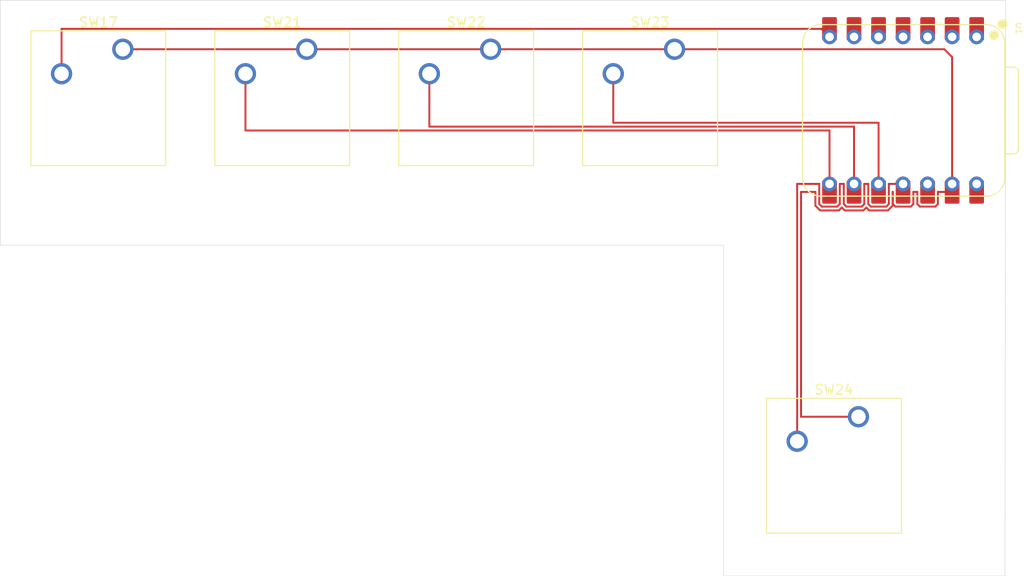
<source format=kicad_pcb>
(kicad_pcb (version 20241229) (generator "pcbnew") (generator_version "9.0")
  (layers (0 "F.Cu" signal) (2 "B.Cu" signal) (13 "F.Paste" user) (15 "B.Paste" user) (5 "F.SilkS" user "F.Silkscreen") (7 "B.SilkS" user "B.Silkscreen") (1 "F.Mask" user) (3 "B.Mask" user) (25 "Edge.Cuts" user))
  (net 0 "")
  (net 1 "GND")
  (net 2 "Net-(U1-GPIO0{slash}TX)")
  (net 3 "Net-(U1-GPIO1{slash}RX)")
  (net 4 "Net-(U1-GPIO2{slash}SCK)")
  (net 5 "Net-(U1-GPIO4{slash}MISO)")
  (net 6 "Net-(U1-GPIO3{slash}MOSI)")
  (footprint "Button_Switch_Keyboard:SW_Cherry_MX_1.00u_PCB" (layer "F.Cu") (at 81.28 121.92)
    (property "Reference" "SW22" (at -2.54 -2.794 0) (layer "F.SilkS"))
    (property "Value" "SW_Push")
    (fp_line (start -9.525 -1.905) (end 4.445 -1.905) (stroke (width 0.12)) (layer "F.SilkS"))
    (fp_line (start -9.525 12.065) (end -9.525 -1.905) (stroke (width 0.12)) (layer "F.SilkS"))
    (fp_line (start 4.445 -1.905) (end 4.445 12.065) (stroke (width 0.12)) (layer "F.SilkS"))
    (fp_line (start 4.445 12.065) (end -9.525 12.065) (stroke (width 0.12)) (layer "F.SilkS"))
    (pad "" np_thru_hole circle (at -7.62 5.08) (size 1.7 1.7) (drill 1.7) (layers "*.Cu" "*.Mask"))
    (pad "" np_thru_hole circle (at -2.54 5.08) (size 4 4) (drill 4) (layers "*.Cu" "*.Mask"))
    (pad "" np_thru_hole circle (at 2.54 5.08) (size 1.7 1.7) (drill 1.7) (layers "*.Cu" "*.Mask"))
    (pad "1" thru_hole circle (at 0 0) (size 2.2 2.2) (drill 1.5) (layers "*.Cu" "*.Mask") (net 1 "GND"))
    (pad "2" thru_hole circle (at -6.35 2.54) (size 2.2 2.2) (drill 1.5) (layers "*.Cu" "*.Mask") (net 4 "Net-(U1-GPIO2{slash}SCK)"))
  )
  (footprint "Button_Switch_Keyboard:SW_Cherry_MX_1.00u_PCB" (layer "F.Cu") (at 43.18 121.92)
    (property "Reference" "SW17" (at -2.54 -2.794 0) (layer "F.SilkS"))
    (property "Value" "SW_Push")
    (fp_line (start -9.525 -1.905) (end 4.445 -1.905) (stroke (width 0.12)) (layer "F.SilkS"))
    (fp_line (start -9.525 12.065) (end -9.525 -1.905) (stroke (width 0.12)) (layer "F.SilkS"))
    (fp_line (start 4.445 -1.905) (end 4.445 12.065) (stroke (width 0.12)) (layer "F.SilkS"))
    (fp_line (start 4.445 12.065) (end -9.525 12.065) (stroke (width 0.12)) (layer "F.SilkS"))
    (pad "" np_thru_hole circle (at -7.62 5.08) (size 1.7 1.7) (drill 1.7) (layers "*.Cu" "*.Mask"))
    (pad "" np_thru_hole circle (at -2.54 5.08) (size 4 4) (drill 4) (layers "*.Cu" "*.Mask"))
    (pad "" np_thru_hole circle (at 2.54 5.08) (size 1.7 1.7) (drill 1.7) (layers "*.Cu" "*.Mask"))
    (pad "1" thru_hole circle (at 0 0) (size 2.2 2.2) (drill 1.5) (layers "*.Cu" "*.Mask") (net 1 "GND"))
    (pad "2" thru_hole circle (at -6.35 2.54) (size 2.2 2.2) (drill 1.5) (layers "*.Cu" "*.Mask") (net 2 "Net-(U1-GPIO0{slash}TX)"))
  )
  (footprint "Button_Switch_Keyboard:SW_Cherry_MX_1.00u_PCB" (layer "F.Cu") (at 100.33 121.92)
    (property "Reference" "SW23" (at -2.54 -2.794 0) (layer "F.SilkS"))
    (property "Value" "SW_Push")
    (fp_line (start -9.525 -1.905) (end 4.445 -1.905) (stroke (width 0.12)) (layer "F.SilkS"))
    (fp_line (start -9.525 12.065) (end -9.525 -1.905) (stroke (width 0.12)) (layer "F.SilkS"))
    (fp_line (start 4.445 -1.905) (end 4.445 12.065) (stroke (width 0.12)) (layer "F.SilkS"))
    (fp_line (start 4.445 12.065) (end -9.525 12.065) (stroke (width 0.12)) (layer "F.SilkS"))
    (pad "" np_thru_hole circle (at -7.62 5.08) (size 1.7 1.7) (drill 1.7) (layers "*.Cu" "*.Mask"))
    (pad "" np_thru_hole circle (at -2.54 5.08) (size 4 4) (drill 4) (layers "*.Cu" "*.Mask"))
    (pad "" np_thru_hole circle (at 2.54 5.08) (size 1.7 1.7) (drill 1.7) (layers "*.Cu" "*.Mask"))
    (pad "1" thru_hole circle (at 0 0) (size 2.2 2.2) (drill 1.5) (layers "*.Cu" "*.Mask") (net 1 "GND"))
    (pad "2" thru_hole circle (at -6.35 2.54) (size 2.2 2.2) (drill 1.5) (layers "*.Cu" "*.Mask") (net 5 "Net-(U1-GPIO4{slash}MISO)"))
  )
  (footprint "opl:XIAO-RP2040-DIP" (layer "F.Cu") (at 124 128.26 -90)
    (property "Reference" "U1" (at -8.5 -12 270) (layer "F.SilkS") (effects (font (size 0.635 0.635) (thickness 0.1016))))
    (property "Value" "XIAO-RP2040-DIP")
    (fp_line (start -6.985 10.414) (end 6.985 10.414) (stroke (width 0.127)) (layer "F.SilkS"))
    (fp_line (start -8.89 8.509) (end -8.89 -8.636) (stroke (width 0.127)) (layer "F.SilkS"))
    (fp_line (start 8.89 8.509) (end 8.89 -8.636) (stroke (width 0.127)) (layer "F.SilkS"))
    (fp_line (start -4.495 -10.541) (end -4.491272 -11.451272) (stroke (width 0.127)) (layer "F.SilkS"))
    (fp_line (start 6.985 -10.541) (end -6.985 -10.541) (stroke (width 0.1)) (layer "F.SilkS"))
    (fp_line (start 6.985 -10.541) (end -6.985 -10.541) (stroke (width 0.127)) (layer "F.SilkS"))
    (fp_line (start 4.504 -11.451) (end 4.504 -10.541) (stroke (width 0.127)) (layer "F.SilkS"))
    (fp_line (start -3.991272 -11.951) (end 4.004 -11.951) (stroke (width 0.127)) (layer "F.SilkS"))
    (fp_arc (start -6.985 10.414) (mid -8.332038 9.856038) (end -8.89 8.509) (stroke (width 0.127)) (layer "F.SilkS"))
    (fp_arc (start 8.89 8.509) (mid 8.332038 9.856038) (end 6.985 10.414) (stroke (width 0.127)) (layer "F.SilkS"))
    (fp_arc (start -8.89 -8.636) (mid -8.332038 -9.983038) (end -6.985 -10.541) (stroke (width 0.127)) (layer "F.SilkS"))
    (fp_arc (start 6.985 -10.541) (mid 8.332038 -9.983038) (end 8.89 -8.636) (stroke (width 0.127)) (layer "F.SilkS"))
    (fp_arc (start -4.491272 -11.451272) (mid -4.344728 -11.80464) (end -3.991272 -11.951) (stroke (width 0.127)) (layer "F.SilkS"))
    (fp_arc (start 4.004 -11.951) (mid 4.357553 -11.804553) (end 4.504 -11.451) (stroke (width 0.127)) (layer "F.SilkS"))
    (fp_circle (center -7.807 -9.42) (end -7.807 -9.674) (stroke (width 0.5)) (fill yes) (layer "F.SilkS"))
    (fp_circle (center -8.95 -10.3) (end -8.95 -10.554) (stroke (width 0.5)) (fill yes) (layer "F.SilkS"))
    (pad "1" smd roundrect (at -8.455 -7.62 90) (size 2.432 1.524) (layers "F.Cu" "F.Mask") (roundrect_rratio 0.1))
    (pad "1" thru_hole circle (at -7.62 -7.62 90) (size 1.524 1.524) (drill 0.889) (layers "*.Cu" "*.Mask"))
    (pad "2" smd roundrect (at -8.455 -5.08 90) (size 2.432 1.524) (layers "F.Cu" "F.Mask") (roundrect_rratio 0.1))
    (pad "2" thru_hole circle (at -7.62 -5.08 90) (size 1.524 1.524) (drill 0.889) (layers "*.Cu" "*.Mask"))
    (pad "3" smd roundrect (at -8.455 -2.54 90) (size 2.432 1.524) (layers "F.Cu" "F.Mask") (roundrect_rratio 0.1))
    (pad "3" thru_hole circle (at -7.62 -2.54 90) (size 1.524 1.524) (drill 0.889) (layers "*.Cu" "*.Mask"))
    (pad "4" smd roundrect (at -8.455 0 90) (size 2.432 1.524) (layers "F.Cu" "F.Mask") (roundrect_rratio 0.1))
    (pad "4" thru_hole circle (at -7.62 0 90) (size 1.524 1.524) (drill 0.889) (layers "*.Cu" "*.Mask"))
    (pad "5" smd roundrect (at -8.455 2.54 90) (size 2.432 1.524) (layers "F.Cu" "F.Mask") (roundrect_rratio 0.1))
    (pad "5" thru_hole circle (at -7.62 2.54 90) (size 1.524 1.524) (drill 0.889) (layers "*.Cu" "*.Mask"))
    (pad "6" smd roundrect (at -8.455 5.08 90) (size 2.432 1.524) (layers "F.Cu" "F.Mask") (roundrect_rratio 0.1))
    (pad "6" thru_hole circle (at -7.62 5.08 90) (size 1.524 1.524) (drill 0.889) (layers "*.Cu" "*.Mask"))
    (pad "7" smd roundrect (at -8.455 7.62 90) (size 2.432 1.524) (layers "F.Cu" "F.Mask") (roundrect_rratio 0.1) (net 2 "Net-(U1-GPIO0{slash}TX)"))
    (pad "7" thru_hole circle (at -7.62 7.62 90) (size 1.524 1.524) (drill 0.889) (layers "*.Cu" "*.Mask") (net 2 "Net-(U1-GPIO0{slash}TX)"))
    (pad "8" thru_hole circle (at 7.62 7.62 270) (size 1.524 1.524) (drill 0.889) (layers "*.Cu" "*.Mask") (net 3 "Net-(U1-GPIO1{slash}RX)"))
    (pad "8" smd roundrect (at 8.455 7.62 270) (size 2.432 1.524) (layers "F.Cu" "F.Mask") (roundrect_rratio 0.1) (net 3 "Net-(U1-GPIO1{slash}RX)"))
    (pad "9" thru_hole circle (at 7.62 5.08 270) (size 1.524 1.524) (drill 0.889) (layers "*.Cu" "*.Mask") (net 4 "Net-(U1-GPIO2{slash}SCK)"))
    (pad "9" smd roundrect (at 8.455 5.08 270) (size 2.432 1.524) (layers "F.Cu" "F.Mask") (roundrect_rratio 0.1) (net 4 "Net-(U1-GPIO2{slash}SCK)"))
    (pad "10" thru_hole circle (at 7.62 2.54 270) (size 1.524 1.524) (drill 0.889) (layers "*.Cu" "*.Mask") (net 5 "Net-(U1-GPIO4{slash}MISO)"))
    (pad "10" smd roundrect (at 8.455 2.54 270) (size 2.432 1.524) (layers "F.Cu" "F.Mask") (roundrect_rratio 0.1) (net 5 "Net-(U1-GPIO4{slash}MISO)"))
    (pad "11" thru_hole circle (at 7.62 0 270) (size 1.524 1.524) (drill 0.889) (layers "*.Cu" "*.Mask") (net 6 "Net-(U1-GPIO3{slash}MOSI)"))
    (pad "11" smd roundrect (at 8.455 0 270) (size 2.432 1.524) (layers "F.Cu" "F.Mask") (roundrect_rratio 0.1) (net 6 "Net-(U1-GPIO3{slash}MOSI)"))
    (pad "12" thru_hole circle (at 7.62 -2.54 270) (size 1.524 1.524) (drill 0.889) (layers "*.Cu" "*.Mask"))
    (pad "12" smd roundrect (at 8.455 -2.54 270) (size 2.432 1.524) (layers "F.Cu" "F.Mask") (roundrect_rratio 0.1))
    (pad "13" thru_hole circle (at 7.62 -5.08 270) (size 1.524 1.524) (drill 0.889) (layers "*.Cu" "*.Mask") (net 1 "GND"))
    (pad "13" smd roundrect (at 8.455 -5.08 270) (size 2.432 1.524) (layers "F.Cu" "F.Mask") (roundrect_rratio 0.1) (net 1 "GND"))
    (pad "14" thru_hole circle (at 7.62 -7.62 270) (size 1.524 1.524) (drill 0.889) (layers "*.Cu" "*.Mask"))
    (pad "14" smd roundrect (at 8.455 -7.62 270) (size 2.432 1.524) (layers "F.Cu" "F.Mask") (roundrect_rratio 0.1))
  )
  (footprint "Button_Switch_Keyboard:SW_Cherry_MX_1.00u_PCB" (layer "F.Cu") (at 62.23 121.92)
    (property "Reference" "SW21" (at -2.54 -2.794 0) (layer "F.SilkS"))
    (property "Value" "SW_Push")
    (fp_line (start -9.525 -1.905) (end 4.445 -1.905) (stroke (width 0.12)) (layer "F.SilkS"))
    (fp_line (start -9.525 12.065) (end -9.525 -1.905) (stroke (width 0.12)) (layer "F.SilkS"))
    (fp_line (start 4.445 -1.905) (end 4.445 12.065) (stroke (width 0.12)) (layer "F.SilkS"))
    (fp_line (start 4.445 12.065) (end -9.525 12.065) (stroke (width 0.12)) (layer "F.SilkS"))
    (pad "" np_thru_hole circle (at -7.62 5.08) (size 1.7 1.7) (drill 1.7) (layers "*.Cu" "*.Mask"))
    (pad "" np_thru_hole circle (at -2.54 5.08) (size 4 4) (drill 4) (layers "*.Cu" "*.Mask"))
    (pad "" np_thru_hole circle (at 2.54 5.08) (size 1.7 1.7) (drill 1.7) (layers "*.Cu" "*.Mask"))
    (pad "1" thru_hole circle (at 0 0) (size 2.2 2.2) (drill 1.5) (layers "*.Cu" "*.Mask") (net 1 "GND"))
    (pad "2" thru_hole circle (at -6.35 2.54) (size 2.2 2.2) (drill 1.5) (layers "*.Cu" "*.Mask") (net 3 "Net-(U1-GPIO1{slash}RX)"))
  )
  (footprint "Button_Switch_Keyboard:SW_Cherry_MX_1.00u_PCB" (layer "F.Cu") (at 119.38 160.02)
    (property "Reference" "SW24" (at -2.54 -2.794 0) (layer "F.SilkS"))
    (property "Value" "SW_Push")
    (fp_line (start -9.525 -1.905) (end 4.445 -1.905) (stroke (width 0.12)) (layer "F.SilkS"))
    (fp_line (start -9.525 12.065) (end -9.525 -1.905) (stroke (width 0.12)) (layer "F.SilkS"))
    (fp_line (start 4.445 -1.905) (end 4.445 12.065) (stroke (width 0.12)) (layer "F.SilkS"))
    (fp_line (start 4.445 12.065) (end -9.525 12.065) (stroke (width 0.12)) (layer "F.SilkS"))
    (pad "" np_thru_hole circle (at -7.62 5.08) (size 1.7 1.7) (drill 1.7) (layers "*.Cu" "*.Mask"))
    (pad "" np_thru_hole circle (at -2.54 5.08) (size 4 4) (drill 4) (layers "*.Cu" "*.Mask"))
    (pad "" np_thru_hole circle (at 2.54 5.08) (size 1.7 1.7) (drill 1.7) (layers "*.Cu" "*.Mask"))
    (pad "1" thru_hole circle (at 0 0) (size 2.2 2.2) (drill 1.5) (layers "*.Cu" "*.Mask") (net 1 "GND"))
    (pad "2" thru_hole circle (at -6.35 2.54) (size 2.2 2.2) (drill 1.5) (layers "*.Cu" "*.Mask") (net 6 "Net-(U1-GPIO3{slash}MOSI)"))
  )
  (gr_line (start 134.554 176.53) (end 105.41 176.53) (stroke (width 0.05)) (layer "Edge.Cuts"))
  (gr_line (start 105.41 176.53) (end 105.41 142.24) (stroke (width 0.05)) (layer "Edge.Cuts"))
  (gr_line (start 105.41 142.24) (end 30.48 142.24) (stroke (width 0.05)) (layer "Edge.Cuts"))
  (gr_line (start 134.62 116.84) (end 134.554 176.53) (stroke (width 0.05)) (layer "Edge.Cuts"))
  (gr_line (start 30.48 116.84) (end 134.62 116.84) (stroke (width 0.05)) (layer "Edge.Cuts"))
  (gr_line (start 30.48 142.24) (end 30.48 116.84) (stroke (width 0.05)) (layer "Edge.Cuts"))
  (segment (start 120.492274 138.633) (end 122.427726 138.633) (width 0.2) (layer "F.Cu") (net 1))
  (segment (start 124.801626 138.232) (end 125.063 137.970626) (width 0.2) (layer "F.Cu") (net 1))
  (segment (start 100.33 121.92) (end 128.27 121.92) (width 0.2) (layer "F.Cu") (net 1))
  (segment (start 128.27 121.92) (end 129.08 122.73) (width 0.2) (layer "F.Cu") (net 1))
  (segment (start 62.23 121.92) (end 81.28 121.92) (width 0.2) (layer "F.Cu") (net 1))
  (segment (start 117.347726 138.633) (end 117.65 138.330726) (width 0.2) (layer "F.Cu") (net 1))
  (segment (start 122.924 136.715) (end 122.937 136.715) (width 0.2) (layer "F.Cu") (net 1))
  (segment (start 119.38 160.02) (end 113.431 160.02) (width 0.2) (layer "F.Cu") (net 1))
  (segment (start 127.341626 138.232) (end 127.603 137.970626) (width 0.2) (layer "F.Cu") (net 1))
  (segment (start 125.063 136.715) (end 125.477 136.715) (width 0.2) (layer "F.Cu") (net 1))
  (segment (start 122.937 137.970626) (end 123.198374 138.232) (width 0.2) (layer "F.Cu") (net 1))
  (segment (start 123.198374 138.232) (end 124.801626 138.232) (width 0.2) (layer "F.Cu") (net 1))
  (segment (start 127.603 137.970626) (end 127.603 136.715) (width 0.2) (layer "F.Cu") (net 1))
  (segment (start 122.924 138.136726) (end 122.924 136.715) (width 0.2) (layer "F.Cu") (net 1))
  (segment (start 125.477 136.715) (end 125.477 137.970626) (width 0.2) (layer "F.Cu") (net 1))
  (segment (start 114.916 138.136726) (end 115.412274 138.633) (width 0.2) (layer "F.Cu") (net 1))
  (segment (start 117.65 138.330726) (end 117.952274 138.633) (width 0.2) (layer "F.Cu") (net 1))
  (segment (start 125.063 137.970626) (end 125.063 136.715) (width 0.2) (layer "F.Cu") (net 1))
  (segment (start 125.738374 138.232) (end 127.341626 138.232) (width 0.2) (layer "F.Cu") (net 1))
  (segment (start 113.431 136.715) (end 114.916 136.715) (width 0.2) (layer "F.Cu") (net 1))
  (segment (start 127.603 136.715) (end 129.08 136.715) (width 0.2) (layer "F.Cu") (net 1))
  (segment (start 114.916 136.715) (end 114.916 138.136726) (width 0.2) (layer "F.Cu") (net 1))
  (segment (start 125.477 137.970626) (end 125.738374 138.232) (width 0.2) (layer "F.Cu") (net 1))
  (segment (start 122.937 136.715) (end 122.937 137.970626) (width 0.2) (layer "F.Cu") (net 1))
  (segment (start 129.08 122.73) (end 129.08 135.88) (width 0.2) (layer "F.Cu") (net 1))
  (segment (start 100.33 121.92) (end 81.28 121.92) (width 0.2) (layer "F.Cu") (net 1))
  (segment (start 120.19 138.330726) (end 120.492274 138.633) (width 0.2) (layer "F.Cu") (net 1))
  (segment (start 122.427726 138.633) (end 122.924 138.136726) (width 0.2) (layer "F.Cu") (net 1))
  (segment (start 117.952274 138.633) (end 119.887726 138.633) (width 0.2) (layer "F.Cu") (net 1))
  (segment (start 115.412274 138.633) (end 117.347726 138.633) (width 0.2) (layer "F.Cu") (net 1))
  (segment (start 113.431 160.02) (end 113.431 136.715) (width 0.2) (layer "F.Cu") (net 1))
  (segment (start 119.887726 138.633) (end 120.19 138.330726) (width 0.2) (layer "F.Cu") (net 1))
  (segment (start 43.18 121.92) (end 62.23 121.92) (width 0.2) (layer "F.Cu") (net 1))
  (segment (start 36.83 119.805) (end 115.545 119.805) (width 0.2) (layer "F.Cu") (net 2))
  (segment (start 115.545 119.805) (end 116.38 120.64) (width 0.2) (layer "F.Cu") (net 2))
  (segment (start 36.83 124.46) (end 36.83 119.805) (width 0.2) (layer "F.Cu") (net 2))
  (segment (start 55.88 124.46) (end 55.88 130.342) (width 0.2) (layer "F.Cu") (net 3))
  (segment (start 116.38 130.342) (end 116.38 135.88) (width 0.2) (layer "F.Cu") (net 3))
  (segment (start 55.88 130.342) (end 116.38 130.342) (width 0.2) (layer "F.Cu") (net 3))
  (segment (start 74.93 129.941) (end 118.92 129.941) (width 0.2) (layer "F.Cu") (net 4))
  (segment (start 74.93 124.46) (end 74.93 129.941) (width 0.2) (layer "F.Cu") (net 4))
  (segment (start 118.92 129.941) (end 118.92 135.88) (width 0.2) (layer "F.Cu") (net 4))
  (segment (start 93.98 124.46) (end 93.98 129.54) (width 0.2) (layer "F.Cu") (net 5))
  (segment (start 121.46 129.54) (end 121.46 135.88) (width 0.2) (layer "F.Cu") (net 5))
  (segment (start 93.98 129.54) (end 121.46 129.54) (width 0.2) (layer "F.Cu") (net 5))
  (segment (start 115.317 135.88) (end 115.317 137.970626) (width 0.2) (layer "F.Cu") (net 6))
  (segment (start 117.857 135.88) (end 117.857 137.970626) (width 0.2) (layer "F.Cu") (net 6))
  (segment (start 120.658374 138.232) (end 122.261626 138.232) (width 0.2) (layer "F.Cu") (net 6))
  (segment (start 119.983 135.88) (end 120.397 135.88) (width 0.2) (layer "F.Cu") (net 6))
  (segment (start 115.317 137.970626) (end 115.578374 138.232) (width 0.2) (layer "F.Cu") (net 6))
  (segment (start 113.03 135.89) (end 113.04 135.88) (width 0.2) (layer "F.Cu") (net 6))
  (segment (start 113.03 162.56) (end 113.03 135.89) (width 0.2) (layer "F.Cu") (net 6))
  (segment (start 117.443 137.970626) (end 117.443 135.88) (width 0.2) (layer "F.Cu") (net 6))
  (segment (start 117.857 137.970626) (end 118.118374 138.232) (width 0.2) (layer "F.Cu") (net 6))
  (segment (start 122.523 137.970626) (end 122.523 135.88) (width 0.2) (layer "F.Cu") (net 6))
  (segment (start 119.983 137.970626) (end 119.983 135.88) (width 0.2) (layer "F.Cu") (net 6))
  (segment (start 117.443 135.88) (end 117.857 135.88) (width 0.2) (layer "F.Cu") (net 6))
  (segment (start 120.397 137.970626) (end 120.658374 138.232) (width 0.2) (layer "F.Cu") (net 6))
  (segment (start 118.118374 138.232) (end 119.721626 138.232) (width 0.2) (layer "F.Cu") (net 6))
  (segment (start 117.181626 138.232) (end 117.443 137.970626) (width 0.2) (layer "F.Cu") (net 6))
  (segment (start 120.397 135.88) (end 120.397 137.970626) (width 0.2) (layer "F.Cu") (net 6))
  (segment (start 113.04 135.88) (end 115.317 135.88) (width 0.2) (layer "F.Cu") (net 6))
  (segment (start 122.261626 138.232) (end 122.523 137.970626) (width 0.2) (layer "F.Cu") (net 6))
  (segment (start 119.721626 138.232) (end 119.983 137.970626) (width 0.2) (layer "F.Cu") (net 6))
  (segment (start 115.578374 138.232) (end 117.181626 138.232) (width 0.2) (layer "F.Cu") (net 6))
  (segment (start 122.523 135.88) (end 124 135.88) (width 0.2) (layer "F.Cu") (net 6))
)
</source>
